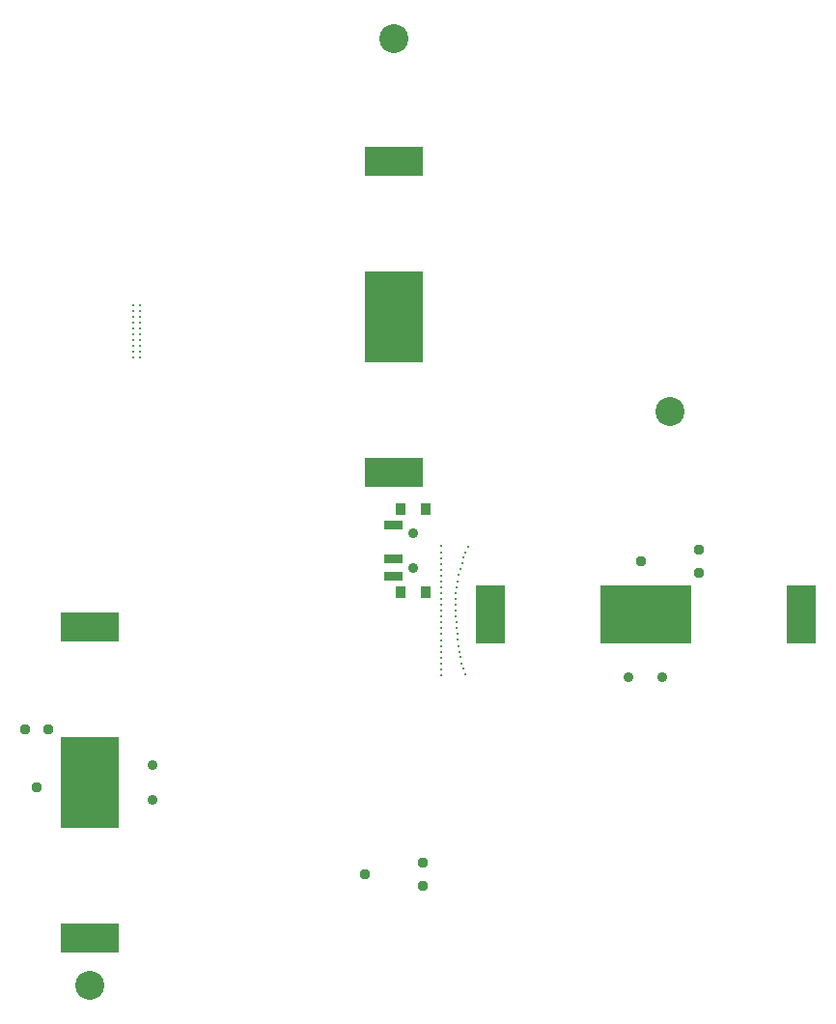
<source format=gbs>
G04 DipTrace 2.4.0.2*
%INfemalemalecross.gbs*%
%MOMM*%
%ADD52C,0.33*%
%ADD53C,2.54*%
%ADD54C,0.95*%
%ADD55C,0.9*%
%ADD64R,5.13X8.05*%
%ADD65R,5.13X2.65*%
%ADD76R,8.05X5.13*%
%ADD77R,2.65X5.13*%
%FSLAX53Y53*%
G04*
G71*
G90*
G75*
G01*
%LNBotMask*%
%LPD*%
D77*
X62819Y54598D3*
X90099D3*
D76*
X76459D3*
D53*
X78617Y72378D3*
D54*
X76044Y59232D3*
X81124Y60248D3*
Y58216D3*
D55*
X74927Y49072D3*
X77927D3*
D65*
X27696Y26240D3*
Y53520D3*
D64*
Y39880D3*
D53*
X27697Y22100D3*
D54*
X23062Y39465D3*
X22046Y44545D3*
X24078D3*
D55*
X33223Y38349D3*
Y41349D3*
D54*
X51856Y31848D3*
X56936Y32864D3*
Y30832D3*
D65*
X54356Y67036D3*
Y94316D3*
D64*
Y80676D3*
G36*
X55392Y63314D2*
X54542D1*
Y64364D1*
X55392D1*
Y63314D1*
G37*
G36*
X57592D2*
X56742D1*
Y64364D1*
X57592D1*
Y63314D1*
G37*
G36*
Y56014D2*
X56742D1*
Y57064D1*
X57592D1*
Y56014D1*
G37*
G36*
X55392D2*
X54542D1*
Y57064D1*
X55392D1*
Y56014D1*
G37*
G36*
X55092Y57564D2*
X53542D1*
Y58314D1*
X55092D1*
Y57564D1*
G37*
G36*
Y59064D2*
X53542D1*
Y59814D1*
X55092D1*
Y59064D1*
G37*
G36*
Y62064D2*
X53542D1*
Y62814D1*
X55092D1*
Y62064D1*
G37*
D55*
X56067Y58689D3*
Y61689D3*
D53*
X54356Y105081D3*
D52*
X31501Y77110D3*
Y77618D3*
Y78126D3*
Y78634D3*
Y79136D3*
Y79644D3*
Y80152D3*
Y80660D3*
Y81169D3*
Y81677D3*
X58534Y52910D3*
Y53418D3*
Y53926D3*
Y54434D3*
Y54944D3*
Y55452D3*
Y55960D3*
Y56468D3*
X59932Y52915D3*
X59867Y53423D3*
X59830Y53945D3*
X59775Y54439D3*
X59789Y54935D3*
X59748Y55457D3*
X59765Y55977D3*
X59783Y56473D3*
X32101Y77098D3*
Y77606D3*
Y78114D3*
Y78622D3*
Y79124D3*
Y79632D3*
Y80140D3*
Y80648D3*
Y81158D3*
Y81666D3*
X58531Y56995D3*
Y57503D3*
Y58011D3*
Y58519D3*
X59845Y57001D3*
X59962Y57509D3*
X60066Y58043D3*
X60198Y58552D3*
X58546Y59028D3*
Y59536D3*
Y60044D3*
X60348Y59074D3*
X60494Y59568D3*
X60653Y60050D3*
X58529Y49799D3*
Y50307D3*
Y50815D3*
Y51323D3*
Y51833D3*
Y52341D3*
X60481Y49844D3*
X60337Y50312D3*
X60236Y50834D3*
X60099Y51328D3*
X60031Y51824D3*
X59966Y52358D3*
X58523Y49278D3*
X60645Y49323D3*
X58545Y60575D3*
X60852Y60528D3*
M02*

</source>
